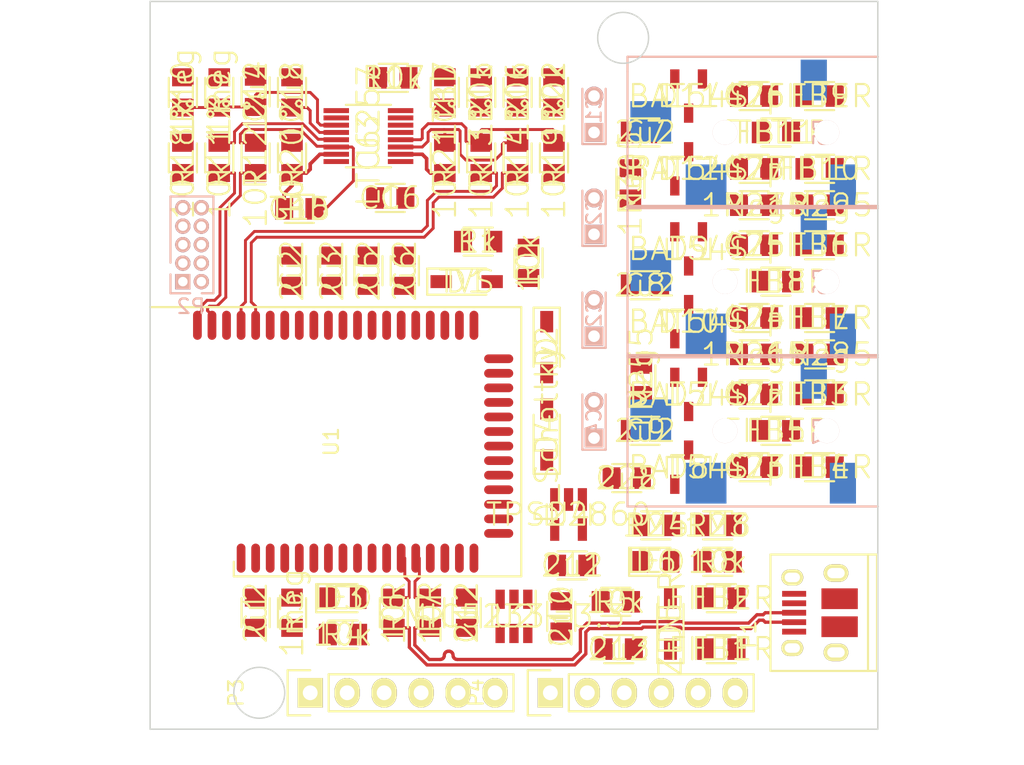
<source format=kicad_pcb>
(kicad_pcb (version 20221018) (generator pcbnew)
  (layers (0 "F.Cu" signal) (31 "B.Cu" signal) (34 "B.Paste" user) (35 "F.Paste" user) (36 "B.SilkS" user "B.Silkscreen") (37 "F.SilkS" user "F.Silkscreen") (38 "B.Mask" user) (39 "F.Mask" user) (44 "Edge.Cuts" user))
  (net 0 "")
  (net 1 "Net-(C1-Pad1)")
  (net 2 "GNDD")
  (net 3 "GNDA")
  (net 4 "Net-(C2-Pad2)")
  (net 5 "Net-(C3-Pad2)")
  (net 6 "/Line in/LEFT_DEVICE")
  (net 7 "/IN_LEFT")
  (net 8 "/Line in/RIGHT_DEVICE")
  (net 9 "/IN_RIGHT")
  (net 10 "/Line in/ESD+")
  (net 11 "+5V")
  (net 12 "+BATT")
  (net 13 "VDD")
  (net 14 "Net-(C14-Pad1)")
  (net 15 "Net-(C17-Pad1)")
  (net 16 "Net-(C17-Pad2)")
  (net 17 "VAA")
  (net 18 "/Mono out/LEFT_DEVICE")
  (net 19 "/Stereo out/LEFT_DEVICE")
  (net 20 "/Stereo out/RIGHT_DEVICE")
  (net 21 "Net-(D1-Pad2)")
  (net 22 "/Power Supply/VBUS")
  (net 23 "/Power Supply/GNDBUS")
  (net 24 "/Line in/LEFT_CABLE")
  (net 25 "/Line in/RIGHT_CABLE")
  (net 26 "/Line in/GROUND_CABLE")
  (net 27 "/Mono out/LEFT_CABLE")
  (net 28 "/Mono out/RIGHT_CABLE")
  (net 29 "/Mono out/GROUND_CABLE")
  (net 30 "/Stereo out/LEFT_CABLE")
  (net 31 "/Stereo out/RIGHT_CABLE")
  (net 32 "/Stereo out/GROUND_CABLE")
  (net 33 "Net-(D3-Pad2)")
  (net 34 "/Power Supply/ENABLE")
  (net 35 "Net-(D3-Pad1)")
  (net 36 "/RXD")
  (net 37 "Net-(D6-Pad2)")
  (net 38 "Net-(R15-Pad1)")
  (net 39 "VCOM")
  (net 40 "Net-(U2-Pad4)")
  (net 41 "Net-(U4-Pad3)")
  (net 42 "Net-(P1-Pad6)")
  (net 43 "/VOL-")
  (net 44 "/VOL+")
  (net 45 "/MUTE")
  (net 46 "/STOP")
  (net 47 "/NEXT")
  (net 48 "/PAUSE")
  (net 49 "/PLAY")
  (net 50 "/PREV")
  (net 51 "/MISO")
  (net 52 "/SCLK")
  (net 53 "/MOSI")
  (net 54 "/RESET")
  (net 55 "Net-(P4-Pad2)")
  (net 56 "/TXD")
  (net 57 "Net-(P4-Pad6)")
  (net 58 "Net-(U1-Pad5)")
  (net 59 "Net-(U1-Pad6)")
  (net 60 "Net-(U1-Pad8)")
  (net 61 "Net-(U1-Pad9)")
  (net 62 "Net-(U1-Pad20)")
  (net 63 "Net-(U1-Pad27)")
  (net 64 "Net-(U1-Pad28)")
  (net 65 "Net-(U1-Pad29)")
  (net 66 "Net-(U1-Pad30)")
  (net 67 "/CS")
  (net 68 "/Power Supply/CHRG")
  (net 69 "VCC")
  (net 70 "Net-(U1-Pad40)")
  (net 71 "/USB_D-")
  (net 72 "/USB_D+")
  (net 73 "/Analog/LEFT_SE")
  (net 74 "/Analog/LEFT_OPAMP-")
  (net 75 "/Analog/RIGHT_SE")
  (net 76 "/Analog/RIGHT_OPAMP-")
  (net 77 "/CD-")
  (net 78 "/CD+")
  (net 79 "/Analog/LEFT_OPAMP+")
  (net 80 "/Analog/RIGHT_OPAMP+")
  (net 81 "/Analog/LO_P")
  (net 82 "/Analog/LO_N")
  (net 83 "/Analog/RO_P")
  (net 84 "/Analog/RO_N")
  (footprint "footprints:SMD0805-CAP-M" (layer "F.Cu") (at 117.25 92 -90)
    (fp_text reference "C1")
    (fp_text value "2u2")
  )
  (footprint "footprints:SMD0805-CAP-M" (layer "F.Cu") (at 119.75 68.5 -90)
    (fp_text reference "C2")
    (fp_text value "2u2")
  )
  (footprint "footprints:SMD0805-CAP-M" (layer "F.Cu") (at 122.5 68.5 -90)
    (fp_text reference "C3")
    (fp_text value "2u2")
  )
  (footprint "footprints:SMD0805-CAP-M" (layer "F.Cu") (at 125 68.5 -90)
    (fp_text reference "C5")
    (fp_text value "2u2")
  )
  (footprint "footprints:SMD0805-CAP-M" (layer "F.Cu") (at 127.5 68.5 -90)
    (fp_text reference "C6")
    (fp_text value "2u2")
  )
  (footprint "footprints:SMD0805-CAP-M" (layer "F.Cu") (at 144 59 180)
    (fp_text reference "C7")
    (fp_text value "2u2")
  )
  (footprint "footprints:SMD0805-CAP-M" (layer "F.Cu") (at 144 69.5)
    (fp_text reference "C8")
    (fp_text value "2u2")
  )
  (footprint "footprints:SMD0805-CAP-M" (layer "F.Cu") (at 144 79.5)
    (fp_text reference "C9")
    (fp_text value "2u2")
  )
  (footprint "footprints:SMD0805-CAP-M" (layer "F.Cu") (at 138.25 92.25 -90)
    (fp_text reference "C10")
    (fp_text value "2u2")
  )
  (footprint "footprints:SMD0805-CAP-M" (layer "F.Cu") (at 139 88.75 180)
    (fp_text reference "C11")
    (fp_text value "2u2")
  )
  (footprint "footprints:SMD0805-CAP-M" (layer "F.Cu") (at 131.75 92 -90)
    (fp_text reference "C12")
    (fp_text value "2u2")
  )
  (footprint "footprints:SMD0805-CAP-M" (layer "F.Cu") (at 142.2 94.5 180)
    (fp_text reference "C13")
    (fp_text value "2u2")
  )
  (footprint "footprints:SMD0805-CAP-M" (layer "F.Cu") (at 117.25 56.21 90)
    (fp_text reference "C14")
    (fp_text value "2u2")
  )
  (footprint "footprints:SMD0805-CAP-M" (layer "F.Cu") (at 120.25 64.25)
    (fp_text reference "C15")
    (fp_text value "TBD")
  )
  (footprint "footprints:SMD0805-CAP-M" (layer "F.Cu") (at 126.5 63.5 180)
    (fp_text reference "C16")
    (fp_text value "C")
  )
  (footprint "footprints:SMD0805-CAP-M" (layer "F.Cu") (at 130.25 56.25 -90)
    (fp_text reference "C17")
    (fp_text value "TBD")
  )
  (footprint "footprints:SMD0805-CAP-M" (layer "F.Cu") (at 119.75 56.25 -90)
    (fp_text reference "C18")
    (fp_text value "2u2")
  )
  (footprint "footprints:SMD0805-CAP-M" (layer "F.Cu") (at 151.5 77 180)
    (fp_text reference "C22")
    (fp_text value "47p")
  )
  (footprint "footprints:SMD0805-CAP-M" (layer "F.Cu") (at 151.5 82 180)
    (fp_text reference "C23")
    (fp_text value "47p")
  )
  (footprint "footprints:SMD0805-CAP-M" (layer "F.Cu") (at 151.5 71.75 180)
    (fp_text reference "C24")
    (fp_text value "47p")
  )
  (footprint "footprints:SMD0805-CAP-M" (layer "F.Cu") (at 151.5 66.75 180)
    (fp_text reference "C25")
    (fp_text value "47p")
  )
  (footprint "footprints:SMD0805-CAP-M" (layer "F.Cu") (at 151.5 56.5 180)
    (fp_text reference "C26")
    (fp_text value "47p")
  )
  (footprint "footprints:SMD0805-CAP-M" (layer "F.Cu") (at 151.5 61.5 180)
    (fp_text reference "C27")
    (fp_text value "47p")
  )
  (footprint "footprints:SOD323-M" (layer "F.Cu") (at 137.25 73.75 -90)
    (fp_text reference "D2")
    (fp_text value "D")
  )
  (footprint "footprints:SMD0805-LED-M" (layer "F.Cu") (at 123.25 91)
    (fp_text reference "D3")
    (fp_text value "LED")
  )
  (footprint "footprints:SOD323-M" (layer "F.Cu") (at 137.25 79.75 90)
    (fp_text reference "D4")
    (fp_text value "D_Schottky")
  )
  (footprint "footprints:SOD323-M" (layer "F.Cu") (at 145.75 92.75 90)
    (fp_text reference "D5")
    (fp_text value "ZENER")
  )
  (footprint "footprints:SMD0805-LED-M" (layer "F.Cu") (at 144.75 88.5)
    (fp_text reference "D6")
    (fp_text value "LED")
  )
  (footprint "footprints:SMD0805-FERRITE-M" (layer "F.Cu") (at 149.25 94.5 180)
    (fp_text reference "FB1")
    (fp_text value "FILTER")
  )
  (footprint "footprints:SMD0805-FERRITE-M" (layer "F.Cu") (at 149.25 91 180)
    (fp_text reference "FB2")
    (fp_text value "FILTER")
  )
  (footprint "footprints:SMD0805-FERRITE-M" (layer "F.Cu") (at 156 77)
    (fp_text reference "FB3")
    (fp_text value "FILTER")
  )
  (footprint "footprints:SMD0805-FERRITE-M" (layer "F.Cu") (at 156 82)
    (fp_text reference "FB4")
    (fp_text value "FILTER")
  )
  (footprint "footprints:SMD0805-FERRITE-M" (layer "F.Cu") (at 153 79.5)
    (fp_text reference "FB5")
    (fp_text value "FILTER")
  )
  (footprint "footprints:SMD0805-FERRITE-M" (layer "F.Cu") (at 156 66.75)
    (fp_text reference "FB6")
    (fp_text value "FILTER")
  )
  (footprint "footprints:SMD0805-FERRITE-M" (layer "F.Cu") (at 156 71.75)
    (fp_text reference "FB7")
    (fp_text value "FILTER")
  )
  (footprint "footprints:SMD0805-FERRITE-M" (layer "F.Cu") (at 153 69.25)
    (fp_text reference "FB8")
    (fp_text value "FILTER")
  )
  (footprint "footprints:SMD0805-FERRITE-M" (layer "F.Cu") (at 156 56.5)
    (fp_text reference "FB9")
    (fp_text value "FILTER")
  )
  (footprint "footprints:SMD0805-FERRITE-M" (layer "F.Cu") (at 156 61.5)
    (fp_text reference "FB10")
    (fp_text value "FILTER")
  )
  (footprint "footprints:SMD0805-FERRITE-M" (layer "F.Cu") (at 153 59)
    (fp_text reference "FB11")
    (fp_text value "FILTER")
  )
  (footprint "footprints:SMD0805-RES-M" (layer "F.Cu") (at 132.54 66.5)
    (fp_text reference "R1")
    (fp_text value "1k")
  )
  (footprint "footprints:SMD0805-RES-M" (layer "F.Cu") (at 136 67.96 90)
    (fp_text reference "R2")
    (fp_text value "10k")
  )
  (footprint "footprints:SMD0805-RES-M" (layer "F.Cu") (at 119.75 92 -90)
    (fp_text reference "R3")
    (fp_text value "1meg")
  )
  (footprint "footprints:SMD0805-RES-M" (layer "F.Cu") (at 123.25 93.5)
    (fp_text reference "R4")
    (fp_text value "10k")
  )
  (footprint "footprints:SMD0805-RES-M" (layer "F.Cu") (at 142 91.25 180)
    (fp_text reference "R5")
    (fp_text value "10k")
  )
  (footprint "footprints:SMD0805-RES-M" (layer "F.Cu") (at 126.75 92 -90)
    (fp_text reference "R6")
    (fp_text value "10R")
  )
  (footprint "footprints:SMD0805-RES-M" (layer "F.Cu") (at 129.25 92 -90)
    (fp_text reference "R7")
    (fp_text value "10R")
  )
  (footprint "footprints:SMD0805-RES-M" (layer "F.Cu") (at 149 88.5 180)
    (fp_text reference "R8")
    (fp_text value "10k")
  )
  (footprint "footprints:SMD0805-RES-M" (layer "F.Cu") (at 114.75 56.25 -90)
    (fp_text reference "R9")
    (fp_text value "1meg")
  )
  (footprint "footprints:SMD0805-RES-M" (layer "F.Cu") (at 112.25 56.25 90)
    (fp_text reference "R10")
    (fp_text value "1meg")
  )
  (footprint "footprints:SMD0805-RES-M" (layer "F.Cu") (at 114.75 60.75 -90)
    (fp_text reference "R11")
    (fp_text value "10k 1%")
  )
  (footprint "footprints:SMD0805-RES-M" (layer "F.Cu") (at 117.25 60.75 -90)
    (fp_text reference "R12")
    (fp_text value "10k  1%")
  )
  (footprint "footprints:SMD0805-RES-M" (layer "F.Cu") (at 132.75 60.75 -90)
    (fp_text reference "R13")
    (fp_text value "10k 1%")
  )
  (footprint "footprints:SMD0805-RES-M" (layer "F.Cu") (at 135.25 60.75 -90)
    (fp_text reference "R14")
    (fp_text value "10k 1%")
  )
  (footprint "footprints:SMD0805-RES-M" (layer "F.Cu") (at 132.75 56.25 90)
    (fp_text reference "R15")
    (fp_text value "10k")
  )
  (footprint "footprints:SMD0805-RES-M" (layer "F.Cu") (at 135.25 56.25 90)
    (fp_text reference "R16")
    (fp_text value "10k")
  )
  (footprint "footprints:SMD0805-RES-M" (layer "F.Cu") (at 126.71 55.25)
    (fp_text reference "R17")
    (fp_text value "10k")
  )
  (footprint "footprints:SMD0805-RES-M" (layer "F.Cu") (at 112.25 60.75 -90)
    (fp_text reference "R18")
    (fp_text value "10k 1%")
  )
  (footprint "footprints:SMD0805-RES-M" (layer "F.Cu") (at 137.75 60.75 -90)
    (fp_text reference "R19")
    (fp_text value "10k 1%")
  )
  (footprint "footprints:SMD0805-RES-M" (layer "F.Cu") (at 119.75 60.75 90)
    (fp_text reference "R20")
    (fp_text value "10k 1%")
  )
  (footprint "footprints:SMD0805-RES-M" (layer "F.Cu") (at 130.25 60.75 90)
    (fp_text reference "R21")
    (fp_text value "10k 1%")
  )
  (footprint "footprints:SMD0805-RES-M" (layer "F.Cu") (at 137.75 56.25 -90)
    (fp_text reference "R22")
    (fp_text value "10k")
  )
  (footprint "footprints:SMD0805-RES-M" (layer "F.Cu") (at 149 86 180)
    (fp_text reference "R23")
    (fp_text value "1M8")
  )
  (footprint "footprints:SMD0805-RES-M" (layer "F.Cu") (at 144.75 86 180)
    (fp_text reference "R24")
    (fp_text value "1M5")
  )
  (footprint "footprints:MSOP16-05mm-M" (layer "F.Cu") (at 125 59.25 -90)
    (fp_text reference "U3")
    (fp_text value "LTC6257")
  )
  (footprint "Connect:USB_Micro-B_10103594-0001LF" (layer "F.Cu") (at 155.75 92 90)
    (fp_text reference "P1")
    (fp_text value "USB_OTG")
  )
  (footprint "footprints:SOT23-M" (layer "F.Cu") (at 147 77 180)
    (fp_text reference "D7")
    (fp_text value "BAT54S")
  )
  (footprint "footprints:SOT23-M" (layer "F.Cu") (at 147 82)
    (fp_text reference "D8")
    (fp_text value "BAT54S")
  )
  (footprint "footprints:SOT23-M" (layer "F.Cu") (at 147 56.5 180)
    (fp_text reference "D11")
    (fp_text value "BAT54S")
  )
  (footprint "footprints:SOT23-M" (layer "F.Cu") (at 147 61.5)
    (fp_text reference "D12")
    (fp_text value "BAT54S")
  )
  (footprint "footprints:SOT23-M" (layer "F.Cu") (at 147 67 180)
    (fp_text reference "D9")
    (fp_text value "BAT54S")
  )
  (footprint "footprints:SOT23-M" (layer "F.Cu") (at 147 72)
    (fp_text reference "D10")
    (fp_text value "BAT54S")
  )
  (footprint "footprints:SOD323-M" (layer "F.Cu") (at 131.75 69.25)
    (fp_text reference "D1")
    (fp_text value "TVS")
  )
  (footprint "footprints:WT32" (layer "F.Cu") (at 122.25 80.25 90)
    (fp_text reference "U1")
    (fp_text value "WT32")
  )
  (footprint "footprints:SOT23-6-M" (layer "F.Cu") (at 135 92.25 180)
    (fp_text reference "U2")
    (fp_text value "MIC5233-3.3")
  )
  (footprint "footprints:SOT23-5-M" (layer "F.Cu") (at 138.75 85.25 180)
    (fp_text reference "U4")
    (fp_text value "TPS22860")
  )
  (footprint "Pin_Headers:Pin_Header_Straight_1x06" (layer "F.Cu") (at 137.5 97.5 90)
    (fp_text reference "P4")
    (fp_text value "CONN_01X06")
  )
  (footprint "kicad_lib:Pin_Header_Straight_1x06" (layer "F.Cu") (at 121 97.5 90)
    (fp_text reference "P3")
    (fp_text value "CONN_02X03")
  )
  (footprint "footprints:SMD0805-CAP-M" (layer "F.Cu") (at 142.75 82.75)
    (fp_text reference "C28")
    (fp_text value "2u2")
  )
  (footprint "footprints:SMD0805-RES-M" (layer "F.Cu") (at 143.75 76 90)
    (fp_text reference "R25")
    (fp_text value "1Meg5")
  )
  (footprint "footprints:SMD0805-RES-M" (layer "F.Cu") (at 151.5 74.25 180)
    (fp_text reference "R26")
    (fp_text value "1Meg5")
  )
  (footprint "footprints:SMD0805-RES-M" (layer "F.Cu") (at 151.5 64 180)
    (fp_text reference "R27")
    (fp_text value "1Meg5")
  )
  (footprint "footprints:SMD0805-RES-M" (layer "F.Cu") (at 156 74.25)
    (fp_text reference "R28")
    (fp_text value "1Meg5")
  )
  (footprint "footprints:SMD0805-RES-M" (layer "F.Cu") (at 156 64)
    (fp_text reference "R29")
    (fp_text value "1Meg5")
  )
  (footprint "footprints:SMD0805-RES-M" (layer "F.Cu") (at 143 62.5 -90)
    (fp_text reference "R30")
    (fp_text value "1Meg5")
  )
  (footprint "Pin_Headers:Pin_Header_Straight_2x05_Pitch1.27mm" (layer "B.Cu") (at 112.25 69.25)
    (fp_text reference "P2")
    (fp_text value "CONN_02X05")
  )
  (footprint "footprints:C_Radial_D6.3_L13_P2-5_Bent" (layer "B.Cu") (at 140.5 73 90)
    (fp_text reference "C21")
    (fp_text value "470u")
  )
  (footprint "footprints:C_Radial_D6.3_L13_P2-5_Bent" (layer "B.Cu") (at 140.5 59 90)
    (fp_text reference "C19")
    (fp_text value "470u")
  )
  (footprint "footprints:C_Radial_D6.3_L13_P2-5_Bent" (layer "B.Cu") (at 140.5 66 90)
    (fp_text reference "C20")
    (fp_text value "470u")
  )
  (footprint "footprints:SMD_3-5mm_jack_CUI-SJ-352X-SMT" (layer "B.Cu") (at 160 59 -90)
    (fp_text reference "P5")
    (fp_text value "CONN_01X03")
  )
  (footprint "footprints:SMD_3-5mm_jack_CUI-SJ-352X-SMT" (layer "B.Cu") (at 160 69.25 -90)
    (fp_text reference "P6")
    (fp_text value "CONN_01X03")
  )
  (footprint "footprints:SMD_3-5mm_jack_CUI-SJ-352X-SMT" (layer "B.Cu") (at 160 79.5 -90)
    (fp_text reference "P7")
    (fp_text value "CONN_01X03")
  )
  (footprint "footprints:C_Radial_D6.3_L13_P2-5_Bent" (layer "B.Cu") (at 140.5 80 90)
    (fp_text reference "C4")
    (fp_text value "AFK477M10F24T-F")
  )
  (gr_line (start 110 100) (end 110 50) (stroke (width 0.1)) (layer "Edge.Cuts"))
  (gr_circle (center 117.5 97.5) (end 115.75 97.5) (stroke (width 0.1)) (fill none) (layer "Edge.Cuts"))
  (gr_line (start 160 50) (end 160 100) (stroke (width 0.1)) (layer "Edge.Cuts"))
  (gr_line (start 160 100) (end 110 100) (stroke (width 0.1)) (layer "Edge.Cuts"))
  (gr_circle (center 142.5 52.5) (end 142.5 50.75) (stroke (width 0.1)) (fill none) (layer "Edge.Cuts"))
  (gr_line (start 110 50) (end 160 50) (stroke (width 0.1)) (layer "Edge.Cuts"))
  (segment (start 121.5 58.285) (end 121.5 56.75) (width 0.2) (layer "F.Cu") (net 14))
  (segment (start 121.715 58.5) (end 121.5 58.285) (width 0.2) (layer "F.Cu") (net 14))
  (segment (start 121 56.25) (end 117.43 56.25) (width 0.2) (layer "F.Cu") (net 14))
  (segment (start 113.81 57.29) (end 112.25 57.29) (width 0.2) (layer "F.Cu") (net 14))
  (segment (start 117.43 56.25) (end 117.25 56.43) (width 0.2) (layer "F.Cu") (net 14))
  (segment (start 121.5 56.75) (end 121 56.25) (width 0.2) (layer "F.Cu") (net 14))
  (segment (start 117.25 56.43) (end 117.25 57.25) (width 0.2) (layer "F.Cu") (net 14))
  (segment (start 122.79 58.5) (end 121.715 58.5) (width 0.2) (layer "F.Cu") (net 14))
  (segment (start 114.79 57.25) (end 114.75 57.29) (width 0.2) (layer "F.Cu") (net 14))
  (segment (start 117.25 57.25) (end 114.79 57.25) (width 0.2) (layer "F.Cu") (net 14))
  (segment (start 114.75 57.29) (end 113.81 57.29) (width 0.2) (layer "F.Cu") (net 14))
  (segment (start 121 57.5) (end 120.79 57.29) (width 0.2) (layer "F.Cu") (net 17))
  (segment (start 120.79 57.29) (end 119.75 57.29) (width 0.2) (layer "F.Cu") (net 17))
  (segment (start 122.79 59) (end 121.642544 59) (width 0.2) (layer "F.Cu") (net 17))
  (segment (start 119.932544 57.29) (end 119.75 57.29) (width 0.2) (layer "F.Cu") (net 17))
  (segment (start 121 58.357456) (end 121 57.5) (width 0.2) (layer "F.Cu") (net 17))
  (segment (start 121.642544 59) (end 121 58.357456) (width 0.2) (layer "F.Cu") (net 17))
  (segment (start 128.2 90.96) (end 128.2 89.85) (width 0.2) (layer "F.Cu") (net 49))
  (segment (start 128.5 89.55) (end 128.5 88.25) (width 0.2) (layer "F.Cu") (net 49))
  (segment (start 128.2 89.85) (end 128.5 89.55) (width 0.2) (layer "F.Cu") (net 49))
  (segment (start 143.877664 92.9875) (end 143.777664 93.0875) (width 0.225) (layer "F.Cu") (net 71))
  (segment (start 151.277664 93.0875) (end 146.522336 93.0875) (width 0.225) (layer "F.Cu") (net 71))
  (segment (start 140.177664 93.0875) (end 139.9375 93.327664) (width 0.225) (layer "F.Cu") (net 71))
  (segment (start 152.2625 92.65) (end 152.12545 92.51295) (width 0.225) (layer "F.Cu") (net 71))
  (segment (start 139.9375 93.327664) (end 139.9375 94.827664) (width 0.225) (layer "F.Cu") (net 71))
  (segment (start 146.422336 92.9875) (end 143.877664 92.9875) (width 0.225) (layer "F.Cu") (net 71))
  (segment (start 127.8125 94.377664) (end 127.8125 93.04) (width 0.225) (layer "F.Cu") (net 71))
  (segment (start 139.177664 95.5875) (end 129.022336 95.5875) (width 0.225) (layer "F.Cu") (net 71))
  (segment (start 146.522336 93.0875) (end 146.422336 92.9875) (width 0.225) (layer "F.Cu") (net 71))
  (segment (start 139.9375 94.827664) (end 139.177664 95.5875) (width 0.225) (layer "F.Cu") (net 71))
  (segment (start 129.022336 95.5875) (end 127.8125 94.377664) (width 0.225) (layer "F.Cu") (net 71))
  (segment (start 151.852214 92.51295) (end 151.277664 93.0875) (width 0.225) (layer "F.Cu") (net 71))
  (segment (start 153.5 92.65) (end 152.2625 92.65) (width 0.225) (layer "F.Cu") (net 71))
  (segment (start 152.12545 92.51295) (end 151.852214 92.51295) (width 0.225) (layer "F.Cu") (net 71))
  (segment (start 143.777664 93.0875) (end 140.177664 93.0875) (width 0.225) (layer "F.Cu") (net 71))
  (segment (start 127.8125 93.04) (end 126.75 93.04) (width 0.225) (layer "F.Cu") (net 71))
  (segment (start 129.993269 95.205352) (end 129.929832 95.2125) (width 0.225) (layer "F.Cu") (net 72))
  (segment (start 130.786683 94.803722) (end 130.752719 94.749669) (width 0.225) (layer "F.Cu") (net 72))
  (segment (start 131.1 95.2125) (end 131.036562 95.205352) (width 0.225) (layer "F.Cu") (net 72))
  (segment (start 130.222063 94.863978) (end 130.207768 94.990853) (width 0.225) (layer "F.Cu") (net 72))
  (segment (start 130.707578 94.704528) (end 130.653525 94.670564) (width 0.225) (layer "F.Cu") (net 72))
  (segment (start 146.677664 92.7125) (end 146.577664 92.6125) (width 0.225) (layer "F.Cu") (net 72))
  (segment (start 130.529832 94.642332) (end 130.5 94.642332) (width 0.225) (layer "F.Cu") (net 72))
  (segment (start 130.976306 95.184267) (end 130.922253 95.150303) (width 0.225) (layer "F.Cu") (net 72))
  (segment (start 130.186683 95.051109) (end 130.152719 95.105162) (width 0.225) (layer "F.Cu") (net 72))
  (segment (start 130.5 94.642332) (end 130.436562 94.649479) (width 0.225) (layer "F.Cu") (net 72))
  (segment (start 152.2625 92.0009) (end 152.12545 92.13795) (width 0.225) (layer "F.Cu") (net 72))
  (segment (start 130.877112 95.105162) (end 130.843148 95.051109) (width 0.225) (layer "F.Cu") (net 72))
  (segment (start 151.122336 92.7125) (end 146.677664 92.7125) (width 0.225) (layer "F.Cu") (net 72))
  (segment (start 130.053525 95.184267) (end 129.993269 95.205352) (width 0.225) (layer "F.Cu") (net 72))
  (segment (start 143.622336 92.7125) (end 140.022336 92.7125) (width 0.225) (layer "F.Cu") (net 72))
  (segment (start 130.843148 95.051109) (end 130.822063 94.990853) (width 0.225) (layer "F.Cu") (net 72))
  (segment (start 130.277112 94.749669) (end 130.243148 94.803722) (width 0.225) (layer "F.Cu") (net 72))
  (segment (start 130.322253 94.704528) (end 130.277112 94.749669) (width 0.225) (layer "F.Cu") (net 72))
  (segment (start 129.177664 95.2125) (end 128.1875 94.222336) (width 0.225) (layer "F.Cu") (net 72))
  (segment (start 130.807768 94.863978) (end 130.786683 94.803722) (width 0.225) (layer "F.Cu") (net 72))
  (segment (start 130.376306 94.670564) (end 130.322253 94.704528) (width 0.225) (layer "F.Cu") (net 72))
  (segment (start 152.12545 92.13795) (end 151.696886 92.13795) (width 0.225) (layer "F.Cu") (net 72))
  (segment (start 130.822063 94.990853) (end 130.807768 94.863978) (width 0.225) (layer "F.Cu") (net 72))
  (segment (start 130.593269 94.649479) (end 130.529832 94.642332) (width 0.225) (layer "F.Cu") (net 72))
  (segment (start 130.152719 95.105162) (end 130.107578 95.150303) (width 0.225) (layer "F.Cu") (net 72))
  (segment (start 151.696886 92.13795) (end 151.122336 92.7125) (width 0.225) (layer "F.Cu") (net 72))
  (segment (start 140.022336 92.7125) (end 139.5625 93.172336) (width 0.225) (layer "F.Cu") (net 72))
  (segment (start 128.1875 93.04) (end 129.25 93.04) (width 0.225) (layer "F.Cu") (net 72))
  (segment (start 139.022336 95.2125) (end 131.1 95.2125) (width 0.225) (layer "F.Cu") (net 72))
  (segment (start 130.653525 94.670564) (end 130.593269 94.649479) (width 0.225) (layer "F.Cu") (net 72))
  (segment (start 130.107578 95.150303) (end 130.053525 95.184267) (width 0.225) (layer "F.Cu") (net 72))
  (segment (start 153.5 92.0009) (end 152.2625 92.0009) (width 0.225) (layer "F.Cu") (net 72))
  (segment (start 130.207768 94.990853) (end 130.186683 95.051109) (width 0.225) (layer "F.Cu") (net 72))
  (segment (start 139.5625 93.172336) (end 139.5625 94.672336) (width 0.225) (layer "F.Cu") (net 72))
  (segment (start 128.1875 94.222336) (end 128.1875 93.04) (width 0.225) (layer "F.Cu") (net 72))
  (segment (start 143.722336 92.6125) (end 143.622336 92.7125) (width 0.225) (layer "F.Cu") (net 72))
  (segment (start 130.243148 94.803722) (end 130.222063 94.863978) (width 0.225) (layer "F.Cu") (net 72))
  (segment (start 130.436562 94.649479) (end 130.376306 94.670564) (width 0.225) (layer "F.Cu") (net 72))
  (segment (start 130.922253 95.150303) (end 130.877112 95.105162) (width 0.225) (layer "F.Cu") (net 72))
  (segment (start 129.929832 95.2125) (end 129.177664 95.2125) (width 0.225) (layer "F.Cu") (net 72))
  (segment (start 131.036562 95.205352) (end 130.976306 95.184267) (width 0.225) (layer "F.Cu") (net 72))
  (segment (start 130.752719 94.749669) (end 130.707578 94.704528) (width 0.225) (layer "F.Cu") (net 72))
  (segment (start 146.577664 92.6125) (end 143.722336 92.6125) (width 0.225) (layer "F.Cu") (net 72))
  (segment (start 139.5625 94.672336) (end 139.022336 95.2125) (width 0.225) (layer "F.Cu") (net 72))
  (segment (start 121.665 60.5) (end 121 61.165) (width 0.25) (layer "F.Cu") (net 73))
  (segment (start 121 61.165) (end 121 61.53) (width 0.25) (layer "F.Cu") (net 73))
  (segment (start 122.79 60.5) (end 121.665 60.5) (width 0.25) (layer "F.Cu") (net 73))
  (segment (start 121 61.53) (end 120.74 61.79) (width 0.25) (layer "F.Cu") (net 73))
  (segment (start 119.75 61.79) (end 119.75 62.66) (width 0.25) (layer "F.Cu") (net 73))
  (segment (start 119.75 62.66) (end 119.21 63.2) (width 0.25) (layer "F.Cu") (net 73))
  (segment (start 119.21 63.2) (end 119.21 64.25) (width 0.25) (layer "F.Cu") (net 73))
  (segment (start 120.74 61.79) (end 119.75 61.79) (width 0.25) (layer "F.Cu") (net 73))
  (segment (start 120.31116 58.8) (end 121.46116 59.95) (width 0.2) (layer "F.Cu") (net 74))
  (segment (start 116.517653 58.8) (end 120.31116 58.8) (width 0.2) (layer "F.Cu") (net 74))
  (segment (start 123.965 62.335) (end 122.05 64.25) (width 0.2) (layer "F.Cu") (net 74))
  (segment (start 122.085 60) (end 122.79 60) (width 0.2) (layer "F.Cu") (net 74))
  (segment (start 123.865 60) (end 123.965 60.1) (width 0.2) (layer "F.Cu") (net 74))
  (segment (start 122.035 59.95) (end 122.085 60) (width 0.2) (layer "F.Cu") (net 74))
  (segment (start 117.25 59.71) (end 116.2 59.71) (width 0.2) (layer "F.Cu") (net 74))
  (segment (start 122.79 60) (end 123.865 60) (width 0.2) (layer "F.Cu") (net 74))
  (segment (start 116.2 59.117653) (end 116.517653 58.8) (width 0.2) (layer "F.Cu") (net 74))
  (segment (start 116.2 59.71) (end 116.2 59.117653) (width 0.2) (layer "F.Cu") (net 74))
  (segment (start 123.965 60.1) (end 123.965 62.335) (width 0.2) (layer "F.Cu") (net 74))
  (segment (start 121.46116 59.95) (end 122.035 59.95) (width 0.2) (layer "F.Cu") (net 74))
  (segment (start 122.05 64.25) (end 121.29 64.25) (width 0.2) (layer "F.Cu") (net 74))
  (segment (start 129.26 61.79) (end 129 61.53) (width 0.25) (layer "F.Cu") (net 75))
  (segment (start 129 60.8) (end 128.7 60.5) (width 0.25) (layer "F.Cu") (net 75))
  (segment (start 130.25 61.79) (end 129.26 61.79) (width 0.25) (layer "F.Cu") (net 75))
  (segment (start 129 61.53) (end 129 60.8) (width 0.25) (layer "F.Cu") (net 75))
  (segment (start 128.7 60.5) (end 127.21 60.5) (width 0.25) (layer "F.Cu") (net 75))
  (segment (start 134.31 59.71) (end 134.2 59.82) (width 0.2) (layer "F.Cu") (net 76))
  (segment (start 130.25 58.85) (end 130.2 58.8) (width 0.2) (layer "F.Cu") (net 76))
  (segment (start 131.3 60.5) (end 131.3 58.9) (width 0.2) (layer "F.Cu") (net 76))
  (segment (start 129.1 59) (end 129.1 59.6) (width 0.2) (layer "F.Cu") (net 76))
  (segment (start 130.2 58.8) (end 129.3 58.8) (width 0.2) (layer "F.Cu") (net 76))
  (segment (start 128.7 60) (end 127.21 60) (width 0.2) (layer "F.Cu") (net 76))
  (segment (start 133.7 60.9) (end 131.7 60.9) (width 0.2) (layer "F.Cu") (net 76))
  (segment (start 131.2 58.8) (end 130.2 58.8) (width 0.2) (layer "F.Cu") (net 76))
  (segment (start 134.2 59.82) (end 134.2 60.4) (width 0.2) (layer "F.Cu") (net 76))
  (segment (start 131.7 60.9) (end 131.3 60.5) (width 0.2) (layer "F.Cu") (net 76))
  (segment (start 129.3 58.8) (end 129.1 59) (width 0.2) (layer "F.Cu") (net 76))
  (segment (start 135.25 59.71) (end 134.31 59.71) (width 0.2) (layer "F.Cu") (net 76))
  (segment (start 134.2 60.4) (end 133.7 60.9) (width 0.2) (layer "F.Cu") (net 76))
  (segment (start 131.3 58.9) (end 131.2 58.8) (width 0.2) (layer "F.Cu") (net 76))
  (segment (start 129.1 59.6) (end 128.7 60) (width 0.2) (layer "F.Cu") (net 76))
  (segment (start 130.25 59.71) (end 130.25 58.85) (width 0.2) (layer "F.Cu") (net 76))
  (segment (start 127.8 89.85) (end 127.5 89.55) (width 0.2) (layer "F.Cu") (net 77))
  (segment (start 126.75 90.96) (end 127.8 90.96) (width 0.2) (layer "F.Cu") (net 77))
  (segment (start 127.8 90.96) (end 127.8 89.85) (width 0.2) (layer "F.Cu") (net 77))
  (segment (start 127.5 89.55) (end 127.5 88.25) (width 0.2) (layer "F.Cu") (net 78))
  (segment (start 129.25 90.96) (end 128.2 90.96) (width 0.2) (layer "F.Cu") (net 78))
  (segment (start 121.546845 59.470001) (end 122.055001 59.470001) (width 0.2) (layer "F.Cu") (net 79))
  (segment (start 122.055001 59.470001) (end 122.085 59.5) (width 0.2) (layer "F.Cu") (net 79))
  (segment (start 116.351969 58.4) (end 120.476844 58.4) (width 0.2) (layer "F.Cu") (net 79))
  (segment (start 114.75 59.71) (end 115.8 59.71) (width 0.2) (layer "F.Cu") (net 79))
  (segment (start 115.8 58.951969) (end 116.351969 58.4) (width 0.2) (layer "F.Cu") (net 79))
  (segment (start 122.085 59.5) (end 122.79 59.5) (width 0.2) (layer "F.Cu") (net 79))
  (segment (start 120.476844 58.4) (end 121.546845 59.470001) (width 0.2) (layer "F.Cu") (net 79))
  (segment (start 115.8 59.71) (end 115.8 58.951969) (width 0.2) (layer "F.Cu") (net 79))
  (segment (start 132.8 58.8) (end 132.75 58.85) (width 0.2) (layer "F.Cu") (net 80))
  (segment (start 132.75 59.71) (end 131.81 59.71) (width 0.2) (layer "F.Cu") (net 80))
  (segment (start 137.75 59.71) (end 137.75 58.89) (width 0.2) (layer "F.Cu") (net 80))
  (segment (start 131.7 59.6) (end 131.7 58.7) (width 0.2) (layer "F.Cu") (net 80))
  (segment (start 131.81 59.71) (end 131.7 59.6) (width 0.2) (layer "F.Cu") (net 80))
  (segment (start 128.7 59.4) (end 128.6 59.5) (width 0.2) (layer "F.Cu") (net 80))
  (segment (start 132.75 58.85) (end 132.75 59.71) (width 0.2) (layer "F.Cu") (net 80))
  (segment (start 131.7 58.7) (end 131.4 58.4) (width 0.2) (layer "F.Cu") (net 80))
  (segment (start 129.1 58.4) (end 128.7 58.8) (width 0.2) (layer "F.Cu") (net 80))
  (segment (start 137.75 58.89) (end 137.66 58.8) (width 0.2) (layer "F.Cu") (net 80))
  (segment (start 128.7 58.8) (end 128.7 59.4) (width 0.2) (layer "F.Cu") (net 80))
  (segment (start 131.4 58.4) (end 129.1 58.4) (width 0.2) (layer "F.Cu") (net 80))
  (segment (start 128.6 59.5) (end 127.21 59.5) (width 0.2) (layer "F.Cu") (net 80))
  (segment (start 137.66 58.8) (end 132.8 58.8) (width 0.2) (layer "F.Cu") (net 80))
  (segment (start 113.55 70.897292) (end 113.912428 70.534864) (width 0.2) (layer "F.Cu") (net 81))
  (segment (start 113.912428 70.534864) (end 114.432294 70.534864) (width 0.2) (layer "F.Cu") (net 81))
  (segment (start 114.432294 70.534864) (end 114.8 70.167158) (width 0.2) (layer "F.Cu") (net 81))
  (segment (start 113.25 72.25) (end 113.25 71.55) (width 0.2) (layer "F.Cu") (net 81))
  (segment (start 114.8 64.167158) (end 115.800001 63.167157) (width 0.2) (layer "F.Cu") (net 81))
  (segment (start 115.8 61.79) (end 114.75 61.79) (width 0.2) (layer "F.Cu") (net 81))
  (segment (start 115.800001 63.167157) (end 115.8 61.79) (width 0.2) (layer "F.Cu") (net 81))
  (segment (start 113.25 71.55) (end 113.55 71.25) (width 0.2) (layer "F.Cu") (net 81))
  (segment (start 113.55 71.25) (end 113.55 70.897292) (width 0.2) (layer "F.Cu") (net 81))
  (segment (start 114.8 70.167158) (end 114.8 64.167158) (width 0.2) (layer "F.Cu") (net 81))
  (segment (start 113.55 71.25) (end 113.55 70.917158) (width 0.2) (layer "F.Cu") (net 81))
  (segment (start 115.2 64.332842) (end 116.200001 63.332841) (width 0.2) (layer "F.Cu") (net 82))
  (segment (start 114.078112 70.934864) (end 114.597978 70.934864) (width 0.2) (layer "F.Cu") (net 82))
  (segment (start 114.25 72.25) (end 114.25 71.55) (width 0.2) (layer "F.Cu") (net 82))
  (segment (start 113.95 71.062976) (end 114.078112 70.934864) (width 0.2) (layer "F.Cu") (net 82))
  (segment (start 115.2 70.332842) (end 115.2 64.332842) (width 0.2) (layer "F.Cu") (net 82))
  (segment (start 114.597978 70.934864) (end 115.2 70.332842) (width 0.2) (layer "F.Cu") (net 82))
  (segment (start 114.25 71.55) (end 113.95 71.25) (width 0.2) (layer "F.Cu") (net 82))
  (segment (start 113.95 71.25) (end 113.95 71.062976) (width 0.2) (layer "F.Cu") (net 82))
  (segment (start 116.2 61.79) (end 117.25 61.79) (width 0.2) (layer "F.Cu") (net 82))
  (segment (start 113.95 71.25) (end 113.95 71.082842) (width 0.2) (layer "F.Cu") (net 82))
  (segment (start 116.200001 63.332841) (end 116.2 61.79) (width 0.2) (layer "F.Cu") (net 82))
  (segment (start 117.167158 65.8) (end 128.667158 65.8) (width 0.2) (layer "F.Cu") (net 83))
  (segment (start 133.8 62.667158) (end 133.8 61.79) (width 0.2) (layer "F.Cu") (net 83))
  (segment (start 116.55 66.417158) (end 117.167158 65.8) (width 0.2) (layer "F.Cu") (net 83))
  (segment (start 128.667158 65.8) (end 129.05 65.417158) (width 0.2) (layer "F.Cu") (net 83))
  (segment (start 116.25 70.95) (end 116.55 70.65) (width 0.2) (layer "F.Cu") (net 83))
  (segment (start 133.417158 63.05) (end 133.8 62.667158) (width 0.2) (layer "F.Cu") (net 83))
  (segment (start 129.05 63.667158) (end 129.667158 63.05) (width 0.2) (layer "F.Cu") (net 83))
  (segment (start 116.25 72.25) (end 116.25 70.95) (width 0.2) (layer "F.Cu") (net 83))
  (segment (start 116.55 70.65) (end 116.55 66.417158) (width 0.2) (layer "F.Cu") (net 83))
  (segment (start 129.05 65.417158) (end 129.05 63.667158) (width 0.2) (layer "F.Cu") (net 83))
  (segment (start 129.667158 63.05) (end 133.417158 63.05) (width 0.2) (layer "F.Cu") (net 83))
  (segment (start 133.8 61.79) (end 132.75 61.79) (width 0.2) (layer "F.Cu") (net 83))
  (segment (start 129.832842 63.45) (end 133.582842 63.45) (width 0.2) (layer "F.Cu") (net 84))
  (segment (start 134.2 62.832842) (end 134.2 61.79) (width 0.2) (layer "F.Cu") (net 84))
  (segment (start 117.25 70.95) (end 116.95 70.65) (width 0.2) (layer "F.Cu") (net 84))
  (segment (start 116.95 66.582842) (end 117.332842 66.2) (width 0.2) (layer "F.Cu") (net 84))
  (segment (start 117.332842 66.2) (end 128.832842 66.2) (width 0.2) (layer "F.Cu") (net 84))
  (segment (start 128.832842 66.2) (end 129.45 65.582842) (width 0.2) (layer "F.Cu") (net 84))
  (segment (start 117.25 72.25) (end 117.25 70.95) (width 0.2) (layer "F.Cu") (net 84))
  (segment (start 129.45 65.582842) (end 129.45 63.832842) (width 0.2) (layer "F.Cu") (net 84))
  (segment (start 134.2 61.79) (end 135.25 61.79) (width 0.2) (layer "F.Cu") (net 84))
  (segment (start 129.45 63.832842) (end 129.832842 63.45) (width 0.2) (layer "F.Cu") (net 84))
  (segment (start 116.95 70.65) (end 116.95 66.582842) (width 0.2) (layer "F.Cu") (net 84))
  (segment (start 133.582842 63.45) (end 134.2 62.832842) (width 0.2) (layer "F.Cu") (net 84))
)
</source>
